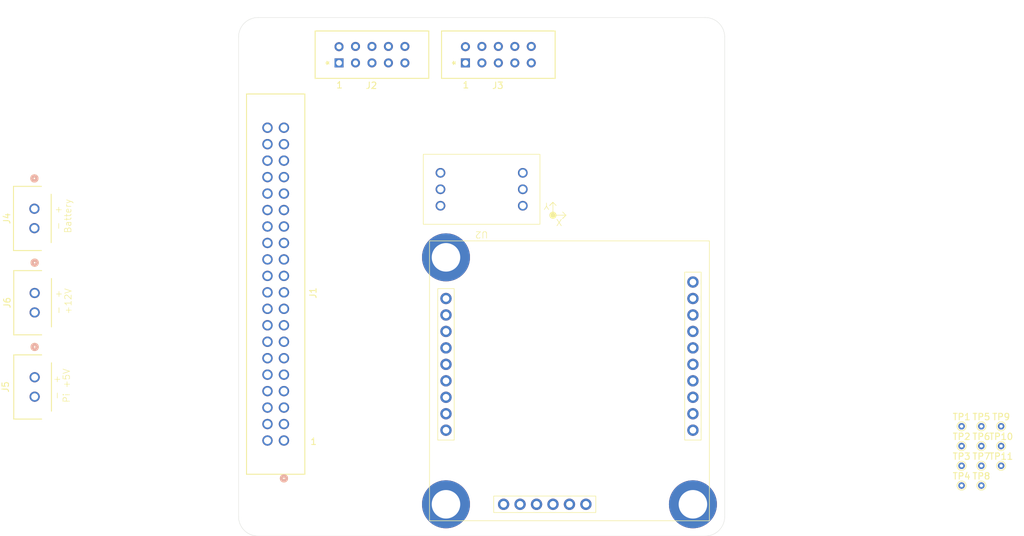
<source format=kicad_pcb>
(kicad_pcb (version 20241229) (generator "pcbnew") (generator_version "9.0")
  (layers (0 "F.Cu" signal) (4 "In1.Cu" signal) (6 "In2.Cu" signal) (2 "B.Cu" signal) (13 "F.Paste" user) (15 "B.Paste" user) (5 "F.SilkS" user "F.Silkscreen") (7 "B.SilkS" user "B.Silkscreen") (1 "F.Mask" user) (3 "B.Mask" user) (25 "Edge.Cuts" user))
  (net 0 "")
  (net 1 "GPIO5")
  (net 4 "GPIO4")
  (net 6 "GPIO19")
  (net 9 "RTK_RX")
  (net 10 "GND")
  (net 11 "GPIO8")
  (net 12 "SDA")
  (net 15 "GPIO18")
  (net 16 "SCL")
  (net 18 "RTK_TX")
  (net 20 "GPIO9")
  (net 24 "GPIO21")
  (net 27 "PPS")
  (net 32 "RTK")
  (net 33 "GPIO20")
  (net 35 "+LBW_3V3")
  (net 36 "+LBW_5V")
  (net 38 "+V_BATT")
  (net 39 "+PI_5V")
  (net 40 "+12V")
  (net 52 "+CORE_5V")
  (net 57 "+1V8")
  (net 59 "+3V3")
  (footprint "MountingHole:MountingHole_2.5mm" (layer "F.Cu") (at 95 126)
    (property "Reference" "H3" (hide yes))
    (property "Value" "MountingHole" (hide yes))
    (pad "" np_thru_hole circle (at 0 0) (size 2.5 2.5) (drill 2.5) (layers "*.Cu" "*.Mask"))
  )
  (footprint "TestPoint:TestPoint_THTPad_D1.0mm_Drill0.5mm" (layer "F.Cu") (at 201.55 114.06)
    (property "Reference" "TP1" (at 0 -1.448 0) (layer "F.SilkS"))
    (property "Value" "TestPoint")
    (fp_circle (center 0 0) (end 0 0.7) (stroke (width 0.12)) (fill no) (layer "F.SilkS"))
    (pad "1" thru_hole circle (at 0 0) (size 1 1) (drill 0.5) (layers "*.Cu" "*.Mask") (net 40 "+12V"))
  )
  (footprint "MountingHole:MountingHole_2.5mm" (layer "F.Cu") (at 95 56)
    (property "Reference" "H1" (hide yes))
    (property "Value" "MountingHole" (hide yes))
    (pad "" np_thru_hole circle (at 0 0) (size 2.5 2.5) (drill 2.5) (layers "*.Cu" "*.Mask"))
  )
  (footprint "Capstone Footprints:1x2_CONN_SD-43650-010_02_MOL" (layer "F.Cu") (at 58.539999 93.5 90)
    (property "Reference" "J6" (at -1.5 -4.239799 90) (layer "F.SilkS"))
    (property "Value" "Conn_01x02_Socket")
    (fp_line (start 3.453 -3.226999) (end -6.453 -3.226999) (stroke (width 0.1524)) (layer "F.SilkS"))
    (fp_line (start -6.453 -3.226999) (end -6.453 1.076193) (stroke (width 0.1524)) (layer "F.SilkS"))
    (fp_line (start 3.453 1.076193) (end 3.453 -3.226999) (stroke (width 0.1524)) (layer "F.SilkS"))
    (fp_line (start -5.231928 2.589601) (end 2.231929 2.589601) (stroke (width 0.1524)) (layer "F.SilkS"))
    (fp_circle (center 4.676399 0) (end 5.057399 0) (stroke (width 0.508)) (fill no) (layer "F.SilkS"))
    (fp_circle (center 4.676399 0) (end 5.057399 0) (stroke (width 0.508)) (fill no) (layer "B.SilkS"))
    (pad "" np_thru_hole circle (at -5.999998 1.960001 90) (size 1.3208 1.3208) (drill 1.3208) (layers "*.Cu" "*.Mask"))
    (pad "" np_thru_hole circle (at 2.999999 1.960001 90) (size 1.3208 1.3208) (drill 1.3208) (layers "*.Cu" "*.Mask"))
    (pad "1" thru_hole circle (at 0 0 90) (size 1.5748 1.5748) (drill 1.0668) (layers "*.Cu" "*.Mask") (net 40 "+12V"))
    (pad "2" thru_hole circle (at -2.999999 0 90) (size 1.5748 1.5748) (drill 1.0668) (layers "*.Cu" "*.Mask") (net 10 "GND"))
  )
  (footprint "TestPoint:TestPoint_THTPad_D1.0mm_Drill0.5mm" (layer "F.Cu") (at 204.6 117.11)
    (property "Reference" "TP6" (at 0 -1.448 0) (layer "F.SilkS"))
    (property "Value" "TestPoint")
    (fp_circle (center 0 0) (end 0 0.7) (stroke (width 0.12)) (fill no) (layer "F.SilkS"))
    (pad "1" thru_hole circle (at 0 0) (size 1 1) (drill 0.5) (layers "*.Cu" "*.Mask") (net 59 "+3V3"))
  )
  (footprint "Capstone Footprints:1x2_CONN_SD-43650-010_02_MOL" (layer "F.Cu") (at 58.5 80.5 90)
    (property "Reference" "J4" (at -1.5 -4.239799 90) (layer "F.SilkS"))
    (property "Value" "Conn_01x02_Socket")
    (fp_line (start 3.453 -3.226999) (end -6.453 -3.226999) (stroke (width 0.1524)) (layer "F.SilkS"))
    (fp_line (start -6.453 -3.226999) (end -6.453 1.076193) (stroke (width 0.1524)) (layer "F.SilkS"))
    (fp_line (start 3.453 1.076193) (end 3.453 -3.226999) (stroke (width 0.1524)) (layer "F.SilkS"))
    (fp_line (start -5.231928 2.589601) (end 2.231929 2.589601) (stroke (width 0.1524)) (layer "F.SilkS"))
    (fp_circle (center 4.676399 0) (end 5.057399 0) (stroke (width 0.508)) (fill no) (layer "F.SilkS"))
    (fp_circle (center 4.676399 0) (end 5.057399 0) (stroke (width 0.508)) (fill no) (layer "B.SilkS"))
    (pad "" np_thru_hole circle (at -5.999998 1.960001 90) (size 1.3208 1.3208) (drill 1.3208) (layers "*.Cu" "*.Mask"))
    (pad "" np_thru_hole circle (at 2.999999 1.960001 90) (size 1.3208 1.3208) (drill 1.3208) (layers "*.Cu" "*.Mask"))
    (pad "1" thru_hole circle (at 0 0 90) (size 1.5748 1.5748) (drill 1.0668) (layers "*.Cu" "*.Mask") (net 38 "+V_BATT"))
    (pad "2" thru_hole circle (at -2.999999 0 90) (size 1.5748 1.5748) (drill 1.0668) (layers "*.Cu" "*.Mask") (net 10 "GND"))
  )
  (footprint "TestPoint:TestPoint_THTPad_D1.0mm_Drill0.5mm" (layer "F.Cu") (at 201.55 120.16)
    (property "Reference" "TP3" (at 0 -1.448 0) (layer "F.SilkS"))
    (property "Value" "TestPoint")
    (fp_circle (center 0 0) (end 0 0.7) (stroke (width 0.12)) (fill no) (layer "F.SilkS"))
    (pad "1" thru_hole circle (at 0 0) (size 1 1) (drill 0.5) (layers "*.Cu" "*.Mask") (net 39 "+PI_5V"))
  )
  (footprint "Capstone Footprints:2x5_CONN_P100X100-RIBBON_TYC" (layer "F.Cu") (at 125 58 90)
    (property "Reference" "J3" (at -3.5 5 0) (layer "F.SilkS"))
    (property "Value" "2x5 CONN DSUB-PCB")
    (fp_line (start 4.9276 -3.683) (end -2.3876 -3.683) (stroke (width 0.1524)) (layer "F.SilkS"))
    (fp_line (start -2.3876 -3.683) (end -2.3876 13.843) (stroke (width 0.1524)) (layer "F.SilkS"))
    (fp_line (start 4.9276 13.843) (end 4.9276 -3.683) (stroke (width 0.1524)) (layer "F.SilkS"))
    (fp_line (start -2.3876 13.843) (end 4.9276 13.843) (stroke (width 0.1524)) (layer "F.SilkS"))
    (fp_text user "*" (at 0 -1.4605 90) (layer "F.SilkS"))
    (fp_text user "*" (at 0 -1.4605 90) (layer "F.SilkS"))
    (pad "1" thru_hole rect (at 0 0 90) (size 1.397 1.397) (drill 0.889) (layers "*.Cu" "*.Mask") (net 36 "+LBW_5V"))
    (pad "2" thru_hole circle (at 2.5 0 90) (size 1.397 1.397) (drill 0.8) (layers "*.Cu" "*.Mask") (net 35 "+LBW_3V3"))
    (pad "3" thru_hole circle (at 0 2.54 90) (size 1.397 1.397) (drill 0.8) (layers "*.Cu" "*.Mask") (net 12 "SDA"))
    (pad "4" thru_hole circle (at 2.54 2.54 90) (size 1.397 1.397) (drill 0.8) (layers "*.Cu" "*.Mask") (net 16 "SCL"))
    (pad "5" thru_hole circle (at 0 5.08 90) (size 1.397 1.397) (drill 0.8) (layers "*.Cu" "*.Mask") (net 11 "GPIO8"))
    (pad "6" thru_hole circle (at 2.54 5.08 90) (size 1.397 1.397) (drill 0.8) (layers "*.Cu" "*.Mask") (net 20 "GPIO9"))
    (pad "7" thru_hole circle (at 0 7.62 90) (size 1.397 1.397) (drill 0.8) (layers "*.Cu" "*.Mask") (net 6 "GPIO19"))
    (pad "8" thru_hole circle (at 2.54 7.62 90) (size 1.397 1.397) (drill 0.8) (layers "*.Cu" "*.Mask") (net 24 "GPIO21"))
    (pad "9" thru_hole circle (at 0 10.16 90) (size 1.397 1.397) (drill 0.8) (layers "*.Cu" "*.Mask") (net 10 "GND"))
    (pad "10" thru_hole circle (at 2.54 10.16 90) (size 1.397 1.397) (drill 0.8) (layers "*.Cu" "*.Mask"))
  )
  (footprint "TestPoint:TestPoint_THTPad_D1.0mm_Drill0.5mm" (layer "F.Cu") (at 204.6 120.16)
    (property "Reference" "TP7" (at 0 -1.448 0) (layer "F.SilkS"))
    (property "Value" "TestPoint")
    (fp_circle (center 0 0) (end 0 0.7) (stroke (width 0.12)) (fill no) (layer "F.SilkS"))
    (pad "1" thru_hole circle (at 0 0) (size 1 1) (drill 0.5) (layers "*.Cu" "*.Mask") (net 57 "+1V8"))
  )
  (footprint "Capstone Footprints:ZED-F9P" (layer "F.Cu") (at 141.05 107.05 180)
    (property "Reference" "U1" (hide yes))
    (property "Value" "ZED F9P GNSS & RTK Module" (hide yes))
    (fp_rect (start 17.78 -9.144) (end 20.32 14.224) (stroke (width 0.1)) (fill no) (layer "F.SilkS"))
    (fp_rect (start -4.064 -20.32) (end 11.684 -17.78) (stroke (width 0.1)) (fill no) (layer "F.SilkS"))
    (fp_rect (start -20.32 -9.144) (end -17.78 16.764) (stroke (width 0.1)) (fill no) (layer "F.SilkS"))
    (fp_rect (start -21.59 21.59) (end 21.59 -21.59) (stroke (width 0.1)) (fill no) (layer "F.SilkS"))
    (pad "" thru_hole circle (at -19.05 -19.05 180) (size 7.4 7.4) (drill 4.4) (layers "*.Cu" "*.Mask"))
    (pad "" thru_hole circle (at 19.05 -19.05 180) (size 7.4 7.4) (drill 4.4) (layers "*.Cu" "*.Mask"))
    (pad "" thru_hole circle (at 19.05 19.05 180) (size 7.4 7.4) (drill 4.4) (layers "*.Cu" "*.Mask"))
    (pad "1" thru_hole circle (at -19.05 -7.62 180) (size 1.75 1.75) (drill 1.02) (layers "*.Cu" "*.Mask") (net 10 "GND"))
    (pad "2" thru_hole circle (at -19.05 -5.08 180) (size 1.75 1.75) (drill 1.02) (layers "*.Cu" "*.Mask"))
    (pad "3" thru_hole circle (at -19.05 -2.54 180) (size 1.75 1.75) (drill 1.02) (layers "*.Cu" "*.Mask") (net 16 "SCL"))
    (pad "4" thru_hole circle (at -19.05 0 180) (size 1.75 1.75) (drill 1.02) (layers "*.Cu" "*.Mask") (net 12 "SDA"))
    (pad "5" thru_hole circle (at -19.05 2.54 180) (size 1.75 1.75) (drill 1.02) (layers "*.Cu" "*.Mask"))
    (pad "6" thru_hole circle (at -19.05 5.08 180) (size 1.75 1.75) (drill 1.02) (layers "*.Cu" "*.Mask") (net 32 "RTK"))
    (pad "7" thru_hole circle (at -19.05 7.62 180) (size 1.75 1.75) (drill 1.02) (layers "*.Cu" "*.Mask") (net 27 "PPS"))
    (pad "8" thru_hole circle (at -19.05 10.16 180) (size 1.75 1.75) (drill 1.02) (layers "*.Cu" "*.Mask"))
    (pad "9" thru_hole circle (at -19.05 12.7 180) (size 1.75 1.75) (drill 1.02) (layers "*.Cu" "*.Mask"))
    (pad "10" thru_hole circle (at -19.05 15.24 180) (size 1.75 1.75) (drill 1.02) (layers "*.Cu" "*.Mask"))
    (pad "11" thru_hole circle (at 19.05 12.7 180) (size 1.75 1.75) (drill 1.02) (layers "*.Cu" "*.Mask"))
    (pad "12" thru_hole circle (at 19.05 10.16 180) (size 1.75 1.75) (drill 1.02) (layers "*.Cu" "*.Mask"))
    (pad "13" thru_hole circle (at 19.05 7.62 180) (size 1.75 1.75) (drill 1.02) (layers "*.Cu" "*.Mask"))
    (pad "14" thru_hole circle (at 19.05 5.08 180) (size 1.75 1.75) (drill 1.02) (layers "*.Cu" "*.Mask"))
    (pad "15" thru_hole circle (at 19.05 2.54 180) (size 1.75 1.75) (drill 1.02) (layers "*.Cu" "*.Mask"))
    (pad "16" thru_hole circle (at 19.05 0 180) (size 1.75 1.75) (drill 1.02) (layers "*.Cu" "*.Mask"))
    (pad "17" thru_hole circle (at 19.05 -2.54 180) (size 1.75 1.75) (drill 1.02) (layers "*.Cu" "*.Mask"))
    (pad "18" thru_hole circle (at 19.05 -5.08 180) (size 1.75 1.75) (drill 1.02) (layers "*.Cu" "*.Mask") (net 52 "+CORE_5V"))
    (pad "19" thru_hole circle (at 19.05 -7.62 180) (size 1.75 1.75) (drill 1.02) (layers "*.Cu" "*.Mask") (net 10 "GND"))
    (pad "20" thru_hole circle (at 10.16 -19.05 270) (size 1.75 1.75) (drill 1.02) (layers "*.Cu" "*.Mask"))
    (pad "21" thru_hole circle (at 7.62 -19.05 270) (size 1.75 1.75) (drill 1.02) (layers "*.Cu" "*.Mask") (net 9 "RTK_RX"))
    (pad "22" thru_hole circle (at 5.08 -19.05 270) (size 1.75 1.75) (drill 1.02) (layers "*.Cu" "*.Mask") (net 18 "RTK_TX"))
    (pad "23" thru_hole circle (at 2.54 -19.05 270) (size 1.75 1.75) (drill 1.02) (layers "*.Cu" "*.Mask"))
    (pad "24" thru_hole circle (at 0 -19.05 270) (size 1.75 1.75) (drill 1.02) (layers "*.Cu" "*.Mask"))
    (pad "25" thru_hole circle (at -2.54 -19.05 270) (size 1.75 1.75) (drill 1.02) (layers "*.Cu" "*.Mask") (net 10 "GND"))
  )
  (footprint "TestPoint:TestPoint_THTPad_D1.0mm_Drill0.5mm" (layer "F.Cu") (at 204.6 123.21)
    (property "Reference" "TP8" (at 0 -1.448 0) (layer "F.SilkS"))
    (property "Value" "TestPoint")
    (fp_circle (center 0 0) (end 0 0.7) (stroke (width 0.12)) (fill no) (layer "F.SilkS"))
    (pad "1" thru_hole circle (at 0 0) (size 1 1) (drill 0.5) (layers "*.Cu" "*.Mask") (net 38 "+V_BATT"))
  )
  (footprint "MountingHole:MountingHole_2.5mm" (layer "F.Cu") (at 160 56)
    (property "Reference" "H2" (hide yes))
    (property "Value" "MountingHole" (hide yes))
    (pad "" np_thru_hole circle (at 0 0) (size 2.5 2.5) (drill 2.5) (layers "*.Cu" "*.Mask"))
  )
  (footprint "Capstone Footprints:1x2_CONN_SD-43650-010_02_MOL" (layer "F.Cu") (at 58.539999 106.5 90)
    (property "Reference" "J5" (at -1.5 -4.5 90) (layer "F.SilkS"))
    (property "Value" "Conn_01x02_Socket")
    (fp_line (start 3.453 -3.226999) (end -6.453 -3.226999) (stroke (width 0.1524)) (layer "F.SilkS"))
    (fp_line (start -6.453 -3.226999) (end -6.453 1.076193) (stroke (width 0.1524)) (layer "F.SilkS"))
    (fp_line (start 3.453 1.076193) (end 3.453 -3.226999) (stroke (width 0.1524)) (layer "F.SilkS"))
    (fp_line (start -5.231928 2.589601) (end 2.231929 2.589601) (stroke (width 0.1524)) (layer "F.SilkS"))
    (fp_circle (center 4.676399 0) (end 5.057399 0) (stroke (width 0.508)) (fill no) (layer "F.SilkS"))
    (fp_circle (center 4.676399 0) (end 5.057399 0) (stroke (width 0.508)) (fill no) (layer "B.SilkS"))
    (pad "" np_thru_hole circle (at -5.999998 1.960001 90) (size 1.3208 1.3208) (drill 1.3208) (layers "*.Cu" "*.Mask"))
    (pad "" np_thru_hole circle (at 2.999999 1.960001 90) (size 1.3208 1.3208) (drill 1.3208) (layers "*.Cu" "*.Mask"))
    (pad "1" thru_hole circle (at 0 0 90) (size 1.5748 1.5748) (drill 1.0668) (layers "*.Cu" "*.Mask") (net 39 "+PI_5V"))
    (pad "2" thru_hole circle (at -2.999999 0 90) (size 1.5748 1.5748) (drill 1.0668) (layers "*.Cu" "*.Mask") (net 10 "GND"))
  )
  (footprint "TestPoint:TestPoint_THTPad_D1.0mm_Drill0.5mm" (layer "F.Cu") (at 207.65 114.06)
    (property "Reference" "TP9" (at 0 -1.448 0) (layer "F.SilkS"))
    (property "Value" "TestPoint")
    (fp_circle (center 0 0) (end 0 0.7) (stroke (width 0.12)) (fill no) (layer "F.SilkS"))
    (pad "1" thru_hole circle (at 0 0) (size 1 1) (drill 0.5) (layers "*.Cu" "*.Mask") (net 10 "GND"))
  )
  (footprint "Capstone Footprints:2x5_CONN_P100X100-RIBBON_TYC" (layer "F.Cu") (at 105.5 58 90)
    (property "Reference" "J2" (at -3.5 5 0) (layer "F.SilkS"))
    (property "Value" "2x5 CONN DSUB-PCB")
    (fp_line (start 4.9276 -3.683) (end -2.3876 -3.683) (stroke (width 0.1524)) (layer "F.SilkS"))
    (fp_line (start -2.3876 -3.683) (end -2.3876 13.843) (stroke (width 0.1524)) (layer "F.SilkS"))
    (fp_line (start 4.9276 13.843) (end 4.9276 -3.683) (stroke (width 0.1524)) (layer "F.SilkS"))
    (fp_line (start -2.3876 13.843) (end 4.9276 13.843) (stroke (width 0.1524)) (layer "F.SilkS"))
    (fp_text user "*" (at 0 -1.4605 90) (layer "F.SilkS"))
    (fp_text user "*" (at 0 -1.4605 90) (layer "F.SilkS"))
    (pad "1" thru_hole rect (at 0 0 90) (size 1.397 1.397) (drill 0.889) (layers "*.Cu" "*.Mask") (net 36 "+LBW_5V"))
    (pad "2" thru_hole circle (at 2.5 0 90) (size 1.397 1.397) (drill 0.8) (layers "*.Cu" "*.Mask") (net 35 "+LBW_3V3"))
    (pad "3" thru_hole circle (at 0 2.54 90) (size 1.397 1.397) (drill 0.8) (layers "*.Cu" "*.Mask") (net 12 "SDA"))
    (pad "4" thru_hole circle (at 2.54 2.54 90) (size 1.397 1.397) (drill 0.8) (layers "*.Cu" "*.Mask") (net 16 "SCL"))
    (pad "5" thru_hole circle (at 0 5.08 90) (size 1.397 1.397) (drill 0.8) (layers "*.Cu" "*.Mask") (net 4 "GPIO4"))
    (pad "6" thru_hole circle (at 2.54 5.08 90) (size 1.397 1.397) (drill 0.8) (layers "*.Cu" "*.Mask") (net 1 "GPIO5"))
    (pad "7" thru_hole circle (at 0 7.62 90) (size 1.397 1.397) (drill 0.8) (layers "*.Cu" "*.Mask") (net 15 "GPIO18"))
    (pad "8" thru_hole circle (at 2.54 7.62 90) (size 1.397 1.397) (drill 0.8) (layers "*.Cu" "*.Mask") (net 33 "GPIO20"))
    (pad "9" thru_hole circle (at 0 10.16 90) (size 1.397 1.397) (drill 0.8) (layers "*.Cu" "*.Mask") (net 10 "GND"))
    (pad "10" thru_hole circle (at 2.54 10.16 90) (size 1.397 1.397) (drill 0.8) (layers "*.Cu" "*.Mask"))
  )
  (footprint "Capstone Footprints:2x20_CONN_3020-40-0100-00_CNC" (layer "F.Cu") (at 97 116.26 90)
    (property "Reference" "J1" (at 22.76 4.5 90) (layer "F.SilkS"))
    (property "Value" "Conn_02x20_Odd_Even")
    (fp_line (start 53.467 -5.772) (end -5.207 -5.772) (stroke (width 0.1524)) (layer "F.SilkS"))
    (fp_line (start -5.207 -5.772) (end -5.207 3.2196) (stroke (width 0.1524)) (layer "F.SilkS"))
    (fp_line (start 53.467 3.2196) (end 53.467 -5.772) (stroke (width 0.1524)) (layer "F.SilkS"))
    (fp_line (start -5.207 3.2196) (end 53.467 3.2196) (stroke (width 0.1524)) (layer "F.SilkS"))
    (fp_circle (center -5.842 0) (end -5.461 0) (stroke (width 0.508)) (fill no) (layer "F.SilkS"))
    (fp_circle (center -5.842 0) (end -5.461 0) (stroke (width 0.508)) (fill no) (layer "B.SilkS"))
    (pad "1" thru_hole circle (at 0 0 90) (size 1.6002 1.6002) (drill 1.0922) (layers "*.Cu" "*.Mask"))
    (pad "2" thru_hole circle (at 0 -2.54 90) (size 1.6002 1.6002) (drill 1.0922) (layers "*.Cu" "*.Mask"))
    (pad "3" thru_hole circle (at 2.54 0 90) (size 1.6002 1.6002) (drill 1.0922) (layers "*.Cu" "*.Mask") (net 12 "SDA"))
    (pad "4" thru_hole circle (at 2.54 -2.54 90) (size 1.6002 1.6002) (drill 1.0922) (layers "*.Cu" "*.Mask"))
    (pad "5" thru_hole circle (at 5.08 0 90) (size 1.6002 1.6002) (drill 1.0922) (layers "*.Cu" "*.Mask") (net 16 "SCL"))
    (pad "6" thru_hole circle (at 5.08 -2.54 90) (size 1.6002 1.6002) (drill 1.0922) (layers "*.Cu" "*.Mask") (net 10 "GND"))
    (pad "7" thru_hole circle (at 7.62 0 90) (size 1.6002 1.6002) (drill 1.0922) (layers "*.Cu" "*.Mask") (net 4 "GPIO4"))
    (pad "8" thru_hole circle (at 7.62 -2.54 90) (size 1.6002 1.6002) (drill 1.0922) (layers "*.Cu" "*.Mask") (net 18 "RTK_TX"))
    (pad "9" thru_hole circle (at 10.16 0 90) (size 1.6002 1.6002) (drill 1.0922) (layers "*.Cu" "*.Mask") (net 10 "GND"))
    (pad "10" thru_hole circle (at 10.16 -2.54 90) (size 1.6002 1.6002) (drill 1.0922) (layers "*.Cu" "*.Mask") (net 9 "RTK_RX"))
    (pad "11" thru_hole circle (at 12.7 0 90) (size 1.6002 1.6002) (drill 1.0922) (layers "*.Cu" "*.Mask"))
    (pad "12" thru_hole circle (at 12.7 -2.54 90) (size 1.6002 1.6002) (drill 1.0922) (layers "*.Cu" "*.Mask") (net 15 "GPIO18"))
    (pad "13" thru_hole circle (at 15.24 0 90) (size 1.6002 1.6002) (drill 1.0922) (layers "*.Cu" "*.Mask"))
    (pad "14" thru_hole circle (at 15.24 -2.54 90) (size 1.6002 1.6002) (drill 1.0922) (layers "*.Cu" "*.Mask") (net 10 "GND"))
    (pad "15" thru_hole circle (at 17.78 0 90) (size 1.6002 1.6002) (drill 1.0922) (layers "*.Cu" "*.Mask"))
    (pad "16" thru_hole circle (at 17.78 -2.54 90) (size 1.6002 1.6002) (drill 1.0922) (layers "*.Cu" "*.Mask") (net 27 "PPS"))
    (pad "17" thru_hole circle (at 20.32 0 90) (size 1.6002 1.6002) (drill 1.0922) (layers "*.Cu" "*.Mask"))
    (pad "18" thru_hole circle (at 20.32 -2.54 90) (size 1.6002 1.6002) (drill 1.0922) (layers "*.Cu" "*.Mask") (net 32 "RTK"))
    (pad "19" thru_hole circle (at 22.86 0 90) (size 1.6002 1.6002) (drill 1.0922) (layers "*.Cu" "*.Mask"))
    (pad "20" thru_hole circle (at 22.86 -2.54 90) (size 1.6002 1.6002) (drill 1.0922) (layers "*.Cu" "*.Mask") (net 10 "GND"))
    (pad "21" thru_hole circle (at 25.4 0 90) (size 1.6002 1.6002) (drill 1.0922) (layers "*.Cu" "*.Mask") (net 20 "GPIO9"))
    (pad "22" thru_hole circle (at 25.4 -2.54 90) (size 1.6002 1.6002) (drill 1.0922) (layers "*.Cu" "*.Mask"))
    (pad "23" thru_hole circle (at 27.94 0 90) (size 1.6002 1.6002) (drill 1.0922) (layers "*.Cu" "*.Mask"))
    (pad "24" thru_hole circle (at 27.94 -2.54 90) (size 1.6002 1.6002) (drill 1.0922) (layers "*.Cu" "*.Mask") (net 11 "GPIO8"))
    (pad "25" thru_hole circle (at 30.48 0 90) (size 1.6002 1.6002) (drill 1.0922) (layers "*.Cu" "*.Mask") (net 10 "GND"))
    (pad "26" thru_hole circle (at 30.48 -2.54 90) (size 1.6002 1.6002) (drill 1.0922) (layers "*.Cu" "*.Mask"))
    (pad "27" thru_hole circle (at 33.02 0 90) (size 1.6002 1.6002) (drill 1.0922) (layers "*.Cu" "*.Mask"))
    (pad "28" thru_hole circle (at 33.02 -2.54 90) (size 1.6002 1.6002) (drill 1.0922) (layers "*.Cu" "*.Mask"))
    (pad "29" thru_hole circle (at 35.56 0 90) (size 1.6002 1.6002) (drill 1.0922) (layers "*.Cu" "*.Mask") (net 1 "GPIO5"))
    (pad "30" thru_hole circle (at 35.56 -2.54 90) (size 1.6002 1.6002) (drill 1.0922) (layers "*.Cu" "*.Mask") (net 10 "GND"))
    (pad "31" thru_hole circle (at 38.1 0 90) (size 1.6002 1.6002) (drill 1.0922) (layers "*.Cu" "*.Mask"))
    (pad "32" thru_hole circle (at 38.1 -2.54 90) (size 1.6002 1.6002) (drill 1.0922) (layers "*.Cu" "*.Mask"))
    (pad "33" thru_hole circle (at 40.64 0 90) (size 1.6002 1.6002) (drill 1.0922) (layers "*.Cu" "*.Mask"))
    (pad "34" thru_hole circle (at 40.64 -2.54 90) (size 1.6002 1.6002) (drill 1.0922) (layers "*.Cu" "*.Mask") (net 10 "GND"))
    (pad "35" thru_hole circle (at 43.18 0 90) (size 1.6002 1.6002) (drill 1.0922) (layers "*.Cu" "*.Mask") (net 6 "GPIO19"))
    (pad "36" thru_hole circle (at 43.18 -2.54 90) (size 1.6002 1.6002) (drill 1.0922) (layers "*.Cu" "*.Mask"))
    (pad "37" thru_hole circle (at 45.72 0 90) (size 1.6002 1.6002) (drill 1.0922) (layers "*.Cu" "*.Mask"))
    (pad "38" thru_hole circle (at 45.72 -2.54 90) (size 1.6002 1.6002) (drill 1.0922) (layers "*.Cu" "*.Mask") (net 33 "GPIO20"))
    (pad "39" thru_hole circle (at 48.26 0 90) (size 1.6002 1.6002) (drill 1.0922) (layers "*.Cu" "*.Mask") (net 10 "GND"))
    (pad "40" thru_hole circle (at 48.26 -2.54 90) (size 1.6002 1.6002) (drill 1.0922) (layers "*.Cu" "*.Mask") (net 24 "GPIO21"))
  )
  (footprint "TestPoint:TestPoint_THTPad_D1.0mm_Drill0.5mm" (layer "F.Cu") (at 207.65 120.16)
    (property "Reference" "TP11" (at 0 -1.448 0) (layer "F.SilkS"))
    (property "Value" "TestPoint")
    (fp_circle (center 0 0) (end 0 0.7) (stroke (width 0.12)) (fill no) (layer "F.SilkS"))
    (pad "1" thru_hole circle (at 0 0) (size 1 1) (drill 0.5) (layers "*.Cu" "*.Mask") (net 10 "GND"))
  )
  (footprint "TestPoint:TestPoint_THTPad_D1.0mm_Drill0.5mm" (layer "F.Cu") (at 201.55 117.11)
    (property "Reference" "TP2" (at 0 -1.448 0) (layer "F.SilkS"))
    (property "Value" "TestPoint")
    (fp_circle (center 0 0) (end 0 0.7) (stroke (width 0.12)) (fill no) (layer "F.SilkS"))
    (pad "1" thru_hole circle (at 0 0) (size 1 1) (drill 0.5) (layers "*.Cu" "*.Mask") (net 52 "+CORE_5V"))
  )
  (footprint "Capstone Footprints:IMU_Breakout_Module" (layer "F.Cu") (at 127.5 77.5 180)
    (property "Reference" "U2" (at 0 -7 180) (layer "F.SilkS") (effects (font (thickness 0.1))))
    (property "Value" "~")
    (fp_line (start -10.5 -2.5) (end -11 -2) (stroke (width 0.1)) (layer "F.SilkS"))
    (fp_line (start -11 -2) (end -10.5 -2.5) (stroke (width 0.1)) (layer "F.SilkS"))
    (fp_line (start -11 -2) (end -11.5 -2.5) (stroke (width 0.1)) (layer "F.SilkS"))
    (fp_line (start -11 -4) (end -11 -2) (stroke (width 0.1)) (layer "F.SilkS"))
    (fp_line (start -11 -4) (end -13 -4) (stroke (width 0.1)) (layer "F.SilkS"))
    (fp_line (start -12.5 -3.5) (end -13 -4) (stroke (width 0.1)) (layer "F.SilkS"))
    (fp_line (start -12.5 -4.5) (end -13 -4) (stroke (width 0.1)) (layer "F.SilkS"))
    (fp_line (start -13 -4) (end -12.5 -4.5) (stroke (width 0.1)) (layer "F.SilkS"))
    (fp_rect (start -9 5.4) (end 9 -5.4) (stroke (width 0.1)) (fill no) (layer "F.SilkS"))
    (fp_circle (center -11 -4) (end -10.5 -4) (stroke (width 0.1)) (fill yes) (layer "F.SilkS"))
    (fp_text user "Y" (at -10.5 -2 180) (layer "F.SilkS") (effects (font (thickness 0.1)) (justify left bottom)))
    (fp_text user "X" (at -12.5 -4.5 180) (layer "F.SilkS") (effects (font (thickness 0.1)) (justify left bottom)))
    (pad "1" thru_hole circle (at -6.35 -2.54 180) (size 1.5 1.5) (drill 1.02) (layers "*.Cu" "*.Mask") (net 59 "+3V3"))
    (pad "2" thru_hole circle (at -6.35 0 180) (size 1.5 1.5) (drill 1.02) (layers "*.Cu" "*.Mask") (net 57 "+1V8"))
    (pad "3" thru_hole circle (at -6.35 2.54 180) (size 1.5 1.5) (drill 1.02) (layers "*.Cu" "*.Mask") (net 10 "GND"))
    (pad "4" thru_hole circle (at 6.35 2.54 180) (size 1.5 1.5) (drill 1.02) (layers "*.Cu" "*.Mask"))
    (pad "5" thru_hole circle (at 6.35 0 180) (size 1.5 1.5) (drill 1.02) (layers "*.Cu" "*.Mask") (net 12 "SDA"))
    (pad "6" thru_hole circle (at 6.35 -2.54 180) (size 1.5 1.5) (drill 1.02) (layers "*.Cu" "*.Mask") (net 16 "SCL"))
  )
  (footprint "TestPoint:TestPoint_THTPad_D1.0mm_Drill0.5mm" (layer "F.Cu") (at 207.65 117.11)
    (property "Reference" "TP10" (at 0 -1.448 0) (layer "F.SilkS"))
    (property "Value" "TestPoint")
    (fp_circle (center 0 0) (end 0 0.7) (stroke (width 0.12)) (fill no) (layer "F.SilkS"))
    (pad "1" thru_hole circle (at 0 0) (size 1 1) (drill 0.5) (layers "*.Cu" "*.Mask") (net 10 "GND"))
  )
  (footprint "TestPoint:TestPoint_THTPad_D1.0mm_Drill0.5mm" (layer "F.Cu") (at 201.55 123.21)
    (property "Reference" "TP4" (at 0 -1.448 0) (layer "F.SilkS"))
    (property "Value" "TestPoint")
    (fp_circle (center 0 0) (end 0 0.7) (stroke (width 0.12)) (fill no) (layer "F.SilkS"))
    (pad "1" thru_hole circle (at 0 0) (size 1 1) (drill 0.5) (layers "*.Cu" "*.Mask") (net 36 "+LBW_5V"))
  )
  (footprint "TestPoint:TestPoint_THTPad_D1.0mm_Drill0.5mm" (layer "F.Cu") (at 204.6 114.06)
    (property "Reference" "TP5" (at 0 -1.448 0) (layer "F.SilkS"))
    (property "Value" "TestPoint")
    (fp_circle (center 0 0) (end 0 0.7) (stroke (width 0.12)) (fill no) (layer "F.SilkS"))
    (pad "1" thru_hole circle (at 0 0) (size 1 1) (drill 0.5) (layers "*.Cu" "*.Mask") (net 35 "+LBW_3V3"))
  )
  (gr_line (start 165 54) (end 165 128) (stroke (width 0.05)) (layer "Edge.Cuts"))
  (gr_arc (start 162 51) (mid 164.12132 51.87868) (end 165 54) (stroke (width 0.05)) (layer "Edge.Cuts"))
  (gr_arc (start 165 128) (mid 164.12132 130.12132) (end 162 131) (stroke (width 0.05)) (layer "Edge.Cuts"))
  (gr_line (start 90 128) (end 90 54) (stroke (width 0.05)) (layer "Edge.Cuts"))
  (gr_arc (start 90 54) (mid 90.87868 51.87868) (end 93 51) (stroke (width 0.05)) (layer "Edge.Cuts"))
  (gr_line (start 162 131) (end 93 131) (stroke (width 0.05)) (layer "Edge.Cuts"))
  (gr_line (start 93 51) (end 162 51) (stroke (width 0.05)) (layer "Edge.Cuts"))
  (gr_arc (start 93 131) (mid 90.87868 130.12132) (end 90 128) (stroke (width 0.05)) (layer "Edge.Cuts"))
  (gr_text "-" (at 62.8002 96.8396 90) (layer "F.SilkS") (effects (font (size 1 1) (thickness 0.1)) (justify left bottom)))
  (gr_text "Pi +5V" (at 64.039999 110.499999 90) (layer "F.SilkS") (effects (font (size 1 1) (thickness 0.1)) (justify left bottom)))
  (gr_text "-" (at 62.539999 109.999999 90) (layer "F.SilkS") (effects (font (size 1 1) (thickness 0.1)) (justify left bottom)))
  (gr_text "1" (at 124.5 62 0) (layer "F.SilkS") (effects (font (size 1 1)) (justify left bottom)))
  (gr_text "1" (at 101 117 0) (layer "F.SilkS") (effects (font (size 1 1)) (justify left bottom)))
  (gr_text "+12V" (at 64.3002 96.8396 90) (layer "F.SilkS") (effects (font (size 1 1) (thickness 0.1)) (justify left bottom)))
  (gr_text "-" (at 62.760201 83.8396 90) (layer "F.SilkS") (effects (font (size 1 1) (thickness 0.1)) (justify left bottom)))
  (gr_text "+" (at 62.760201 81.3396 90) (layer "F.SilkS") (effects (font (size 1 1) (thickness 0.1)) (justify left bottom)))
  (gr_text "1" (at 105 62 0) (layer "F.SilkS") (effects (font (size 1 1)) (justify left bottom)))
  (gr_text "+" (at 62.8002 94.3396 90) (layer "F.SilkS") (effects (font (size 1 1) (thickness 0.1)) (justify left bottom)))
  (gr_text "Battery" (at 64.260201 84.3396 90) (layer "F.SilkS") (effects (font (size 1 1) (thickness 0.1)) (justify left bottom)))
  (gr_text "+" (at 62.539999 107.499999 90) (layer "F.SilkS") (effects (font (size 1 1) (thickness 0.1)) (justify left bottom)))
)
</source>
